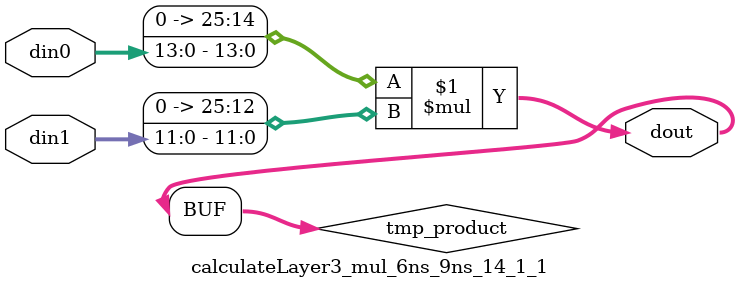
<source format=v>

`timescale 1 ns / 1 ps

  module calculateLayer3_mul_6ns_9ns_14_1_1(din0, din1, dout);
parameter ID = 1;
parameter NUM_STAGE = 0;
parameter din0_WIDTH = 14;
parameter din1_WIDTH = 12;
parameter dout_WIDTH = 26;

input [din0_WIDTH - 1 : 0] din0; 
input [din1_WIDTH - 1 : 0] din1; 
output [dout_WIDTH - 1 : 0] dout;

wire signed [dout_WIDTH - 1 : 0] tmp_product;










assign tmp_product = $signed({1'b0, din0}) * $signed({1'b0, din1});











assign dout = tmp_product;







endmodule

</source>
